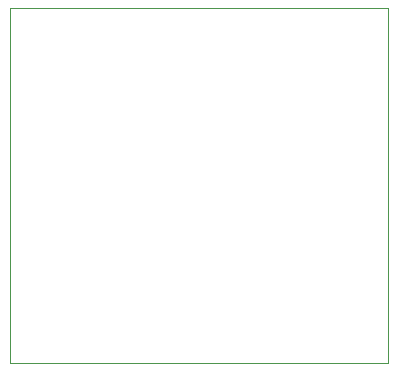
<source format=gbr>
G04 #@! TF.GenerationSoftware,KiCad,Pcbnew,(5.1.4)-1*
G04 #@! TF.CreationDate,2019-10-04T20:40:23-05:00*
G04 #@! TF.ProjectId,GettingToBlinky5.0,47657474-696e-4675-946f-426c696e6b79,rev?*
G04 #@! TF.SameCoordinates,Original*
G04 #@! TF.FileFunction,Profile,NP*
%FSLAX46Y46*%
G04 Gerber Fmt 4.6, Leading zero omitted, Abs format (unit mm)*
G04 Created by KiCad (PCBNEW (5.1.4)-1) date 2019-10-04 20:40:23*
%MOMM*%
%LPD*%
G04 APERTURE LIST*
%ADD10C,0.050000*%
G04 APERTURE END LIST*
D10*
X162000000Y-82000000D02*
X130000000Y-82000000D01*
X162000000Y-112000000D02*
X162000000Y-82000000D01*
X130000000Y-112000000D02*
X162000000Y-112000000D01*
X130000000Y-82000000D02*
X130000000Y-112000000D01*
M02*

</source>
